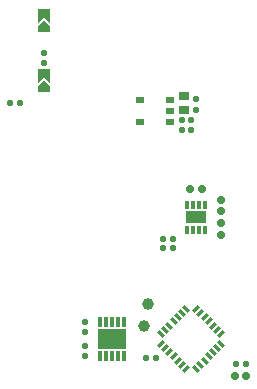
<source format=gtp>
G04*
G04 #@! TF.GenerationSoftware,Altium Limited,Altium Designer,20.0.9 (164)*
G04*
G04 Layer_Color=8421504*
%FSLAX25Y25*%
%MOIN*%
G70*
G01*
G75*
G04:AMPARAMS|DCode=13|XSize=23.62mil|YSize=11.81mil|CornerRadius=0mil|HoleSize=0mil|Usage=FLASHONLY|Rotation=135.000|XOffset=0mil|YOffset=0mil|HoleType=Round|Shape=Rectangle|*
%AMROTATEDRECTD13*
4,1,4,0.01253,-0.00418,0.00418,-0.01253,-0.01253,0.00418,-0.00418,0.01253,0.01253,-0.00418,0.0*
%
%ADD13ROTATEDRECTD13*%

G04:AMPARAMS|DCode=14|XSize=23.62mil|YSize=11.81mil|CornerRadius=0mil|HoleSize=0mil|Usage=FLASHONLY|Rotation=45.000|XOffset=0mil|YOffset=0mil|HoleType=Round|Shape=Rectangle|*
%AMROTATEDRECTD14*
4,1,4,-0.00418,-0.01253,-0.01253,-0.00418,0.00418,0.01253,0.01253,0.00418,-0.00418,-0.01253,0.0*
%
%ADD14ROTATEDRECTD14*%

G04:AMPARAMS|DCode=15|XSize=25.2mil|YSize=23.62mil|CornerRadius=5.91mil|HoleSize=0mil|Usage=FLASHONLY|Rotation=0.000|XOffset=0mil|YOffset=0mil|HoleType=Round|Shape=RoundedRectangle|*
%AMROUNDEDRECTD15*
21,1,0.02520,0.01181,0,0,0.0*
21,1,0.01339,0.02362,0,0,0.0*
1,1,0.01181,0.00669,-0.00591*
1,1,0.01181,-0.00669,-0.00591*
1,1,0.01181,-0.00669,0.00591*
1,1,0.01181,0.00669,0.00591*
%
%ADD15ROUNDEDRECTD15*%
%ADD16R,0.03000X0.01500*%
G04:AMPARAMS|DCode=17|XSize=20.47mil|YSize=22.05mil|CornerRadius=5.12mil|HoleSize=0mil|Usage=FLASHONLY|Rotation=270.000|XOffset=0mil|YOffset=0mil|HoleType=Round|Shape=RoundedRectangle|*
%AMROUNDEDRECTD17*
21,1,0.02047,0.01181,0,0,270.0*
21,1,0.01024,0.02205,0,0,270.0*
1,1,0.01024,-0.00591,-0.00512*
1,1,0.01024,-0.00591,0.00512*
1,1,0.01024,0.00591,0.00512*
1,1,0.01024,0.00591,-0.00512*
%
%ADD17ROUNDEDRECTD17*%
%ADD18R,0.03150X0.02165*%
%ADD19R,0.03543X0.02835*%
G04:AMPARAMS|DCode=20|XSize=25.2mil|YSize=23.62mil|CornerRadius=5.91mil|HoleSize=0mil|Usage=FLASHONLY|Rotation=270.000|XOffset=0mil|YOffset=0mil|HoleType=Round|Shape=RoundedRectangle|*
%AMROUNDEDRECTD20*
21,1,0.02520,0.01181,0,0,270.0*
21,1,0.01339,0.02362,0,0,270.0*
1,1,0.01181,-0.00591,-0.00669*
1,1,0.01181,-0.00591,0.00669*
1,1,0.01181,0.00591,0.00669*
1,1,0.01181,0.00591,-0.00669*
%
%ADD20ROUNDEDRECTD20*%
%ADD21R,0.06693X0.03937*%
%ADD22R,0.01181X0.02756*%
G04:AMPARAMS|DCode=23|XSize=20.47mil|YSize=22.05mil|CornerRadius=5.12mil|HoleSize=0mil|Usage=FLASHONLY|Rotation=180.000|XOffset=0mil|YOffset=0mil|HoleType=Round|Shape=RoundedRectangle|*
%AMROUNDEDRECTD23*
21,1,0.02047,0.01181,0,0,180.0*
21,1,0.01024,0.02205,0,0,180.0*
1,1,0.01024,-0.00512,0.00591*
1,1,0.01024,0.00512,0.00591*
1,1,0.01024,0.00512,-0.00591*
1,1,0.01024,-0.00512,-0.00591*
%
%ADD23ROUNDEDRECTD23*%
%ADD24C,0.03937*%
%ADD25R,0.09449X0.06693*%
%ADD26R,0.01181X0.03347*%
G36*
X37039Y208480D02*
X37039Y203980D01*
X35039Y205980D01*
X33039Y203980D01*
Y208480D01*
X37039Y208480D01*
D02*
G37*
G36*
Y202980D02*
X37039Y200980D01*
X33039Y200980D01*
X33039Y202980D01*
X35039Y204980D01*
X37039Y202980D01*
D02*
G37*
G36*
X37071Y223878D02*
X35071Y225878D01*
X33071Y223878D01*
Y228378D01*
X37071Y228378D01*
Y223878D01*
D02*
G37*
G36*
Y222878D02*
Y220878D01*
X33071Y220878D01*
Y222878D01*
X35071Y224878D01*
X37071Y222878D01*
D02*
G37*
D13*
X74230Y120174D02*
D03*
X75622Y121566D02*
D03*
X77014Y122958D02*
D03*
X78406Y124350D02*
D03*
X79798Y125742D02*
D03*
X81190Y127134D02*
D03*
X82582Y128526D02*
D03*
X94274Y116834D02*
D03*
X92882Y115442D02*
D03*
X91490Y114050D02*
D03*
X90098Y112658D02*
D03*
X88706Y111266D02*
D03*
X87314Y109874D02*
D03*
X85922Y108482D02*
D03*
D14*
Y128526D02*
D03*
X87314Y127134D02*
D03*
X88706Y125742D02*
D03*
X90098Y124350D02*
D03*
X91490Y122958D02*
D03*
X92882Y121566D02*
D03*
X94274Y120174D02*
D03*
X82582Y108482D02*
D03*
X81190Y109874D02*
D03*
X79798Y111266D02*
D03*
X78406Y112658D02*
D03*
X77014Y114050D02*
D03*
X75622Y115442D02*
D03*
X74230Y116834D02*
D03*
D15*
X87717Y168504D02*
D03*
X83937D02*
D03*
X98898Y106299D02*
D03*
X102677D02*
D03*
D16*
X35071Y227378D02*
D03*
Y221878D02*
D03*
X35039Y207480D02*
D03*
Y201980D02*
D03*
D17*
X35039Y210472D02*
D03*
Y213937D02*
D03*
X84252Y188031D02*
D03*
Y191496D02*
D03*
X81102Y188031D02*
D03*
Y191496D02*
D03*
X85827Y198346D02*
D03*
Y194882D02*
D03*
X48819Y112835D02*
D03*
Y116299D02*
D03*
Y124173D02*
D03*
Y120709D02*
D03*
D18*
X67323Y198228D02*
D03*
Y190748D02*
D03*
X77165Y198228D02*
D03*
X77165Y194488D02*
D03*
X77165Y190748D02*
D03*
D19*
X81890Y199606D02*
D03*
X81890Y194882D02*
D03*
D20*
X94095Y161102D02*
D03*
Y164882D02*
D03*
Y153228D02*
D03*
Y157008D02*
D03*
D21*
X85827Y159055D02*
D03*
D22*
X88779Y154921D02*
D03*
X86811D02*
D03*
X84842D02*
D03*
X82874D02*
D03*
Y163189D02*
D03*
X84842D02*
D03*
X86811D02*
D03*
X88779D02*
D03*
D23*
X99055Y110236D02*
D03*
X102520D02*
D03*
X78347Y151969D02*
D03*
X74882D02*
D03*
X78347Y148819D02*
D03*
X74882D02*
D03*
X72598Y112205D02*
D03*
X69134D02*
D03*
X27241Y197244D02*
D03*
X23777D02*
D03*
D24*
X69710Y130085D02*
D03*
X68624Y122764D02*
D03*
D25*
X57874Y118504D02*
D03*
D26*
X53937Y124213D02*
D03*
X55905D02*
D03*
X57874D02*
D03*
X59842Y124213D02*
D03*
X61811D02*
D03*
Y112795D02*
D03*
X59842D02*
D03*
X57874Y112795D02*
D03*
X55905Y112795D02*
D03*
X53937D02*
D03*
M02*

</source>
